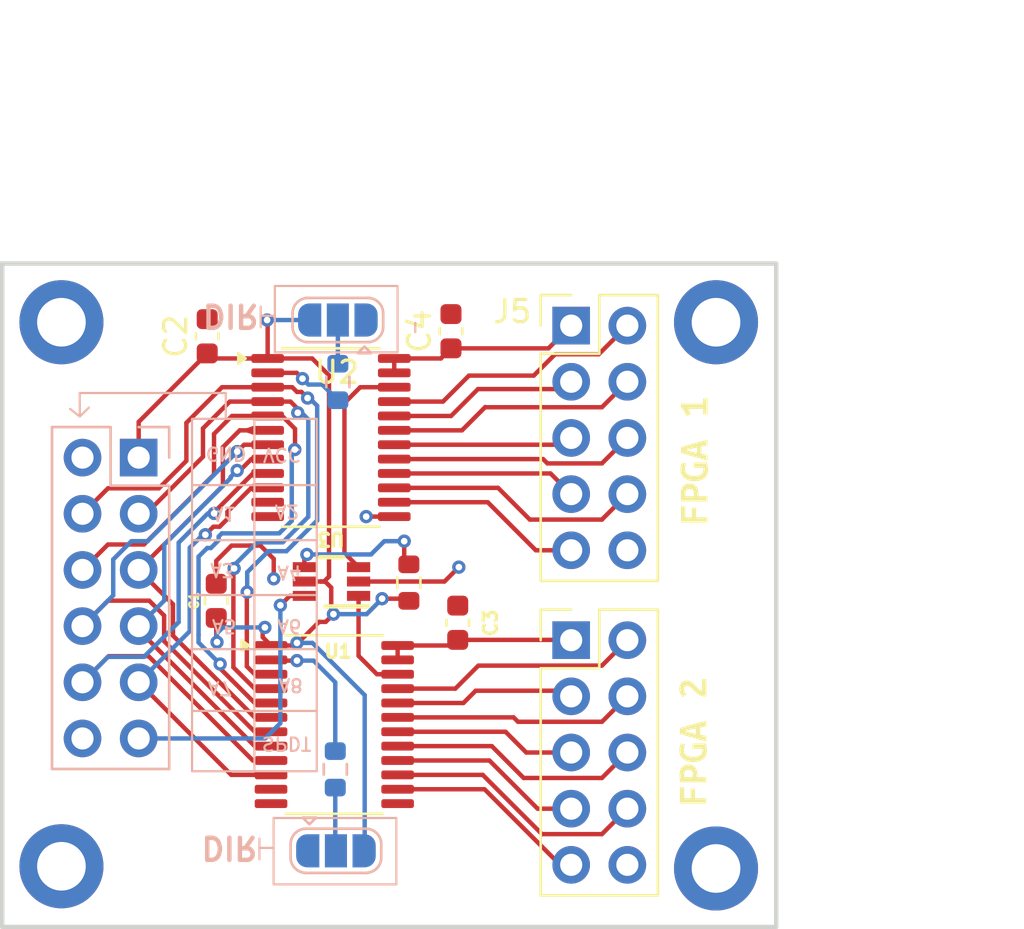
<source format=kicad_pcb>
(kicad_pcb (version 20241229) (generator "pcbnew") (generator_version "9.0")
  (layers (0 "F.Cu" signal) (2 "B.Cu" signal) (13 "F.Paste" user) (15 "B.Paste" user) (5 "F.SilkS" user "F.Silkscreen") (7 "B.SilkS" user "B.Silkscreen") (1 "F.Mask" user) (3 "B.Mask" user) (25 "Edge.Cuts" user))
  (net 0 "")
  (net 1 "GND")
  (net 2 "/A7")
  (net 3 "/A6")
  (net 4 "/VccA")
  (net 5 "/A8")
  (net 6 "/A2")
  (net 7 "/A4")
  (net 8 "/A5")
  (net 9 "/A3")
  (net 10 "/A1")
  (net 11 "/BB3")
  (net 12 "/BB7")
  (net 13 "/BB1")
  (net 14 "/BB5")
  (net 15 "/BB8")
  (net 16 "/BB6")
  (net 17 "/BB4")
  (net 18 "Net-(J4-Pin_1)")
  (net 19 "/BB2")
  (net 20 "Net-(J5-Pin_1)")
  (net 21 "/C_Signle")
  (net 22 "/B6")
  (net 23 "/B1")
  (net 24 "/B4")
  (net 25 "/B5")
  (net 26 "/B3")
  (net 27 "/B7")
  (net 28 "/B8")
  (net 29 "/B2")
  (net 30 "Net-(JP1-C)")
  (net 31 "Net-(JP2-C)")
  (net 32 "Net-(U2-DIR)")
  (net 33 "Net-(U3-A)")
  (net 34 "Net-(U1-DIR)")
  (net 36 "/OE_2")
  (net 37 "/OE")
  (footprint "kibuzzard-67F7AC44" (layer "F.Cu") (at 134.1628 104.648 90)
    (property "Reference" "kibuzzard-67F7AC44" (hide yes))
    (property "Value" "G***" (hide yes))
  )
  (footprint "Resistor_SMD:R_0603_1608Metric" (layer "F.Cu") (at 121.3104 97.473 -90)
    (property "Reference" "R2" (hide yes))
    (property "Value" "25 R" (hide yes))
    (pad "1" smd roundrect (at -0.825 0 270) (size 0.8 0.95) (layers "F.Cu" "F.Mask" "F.Paste") (net 33 "Net-(U3-A)"))
    (pad "2" smd roundrect (at 0.825 0 270) (size 0.8 0.95) (layers "F.Cu" "F.Mask" "F.Paste") (net 4 "/VccA"))
  )
  (footprint "Connector_PinHeader_2.54mm:PinHeader_2x05_P2.54mm_Vertical" (layer "F.Cu") (at 128.651 85.852)
    (property "Reference" "J5" (at -2.667 -0.635 0) (layer "F.SilkS"))
    (property "Value" "Conn_02x05_Odd_Even" (hide yes))
    (pad "1" thru_hole rect (at 0 0) (size 1.7 1.7) (drill 1) (layers "*.Cu" "*.Mask") (net 20 "Net-(J5-Pin_1)"))
    (pad "2" thru_hole circle (at 2.54 0) (size 1.7 1.7) (drill 1) (layers "*.Cu" "*.Mask") (net 23 "/B1"))
    (pad "3" thru_hole circle (at 0 2.54) (size 1.7 1.7) (drill 1) (layers "*.Cu" "*.Mask") (net 29 "/B2"))
    (pad "4" thru_hole circle (at 2.54 2.54) (size 1.7 1.7) (drill 1) (layers "*.Cu" "*.Mask") (net 26 "/B3"))
    (pad "5" thru_hole circle (at 0 5.08) (size 1.7 1.7) (drill 1) (layers "*.Cu" "*.Mask") (net 24 "/B4"))
    (pad "6" thru_hole circle (at 2.54 5.08) (size 1.7 1.7) (drill 1) (layers "*.Cu" "*.Mask") (net 25 "/B5"))
    (pad "7" thru_hole circle (at 0 7.62) (size 1.7 1.7) (drill 1) (layers "*.Cu" "*.Mask") (net 22 "/B6"))
    (pad "8" thru_hole circle (at 2.54 7.62) (size 1.7 1.7) (drill 1) (layers "*.Cu" "*.Mask") (net 27 "/B7"))
    (pad "9" thru_hole circle (at 0 10.16) (size 1.7 1.7) (drill 1) (layers "*.Cu" "*.Mask") (net 28 "/B8"))
    (pad "10" thru_hole circle (at 2.54 10.16) (size 1.7 1.7) (drill 1) (layers "*.Cu" "*.Mask") (net 1 "GND"))
  )
  (footprint "Library:DCK0006A_M" (layer "F.Cu") (at 117.811001 97.423999 180)
    (property "Reference" "U3" (at 0.023501 1.919999 180) (layer "F.SilkS") (effects (font (size 0.6 0.6))))
    (property "Value" "SN74LVC1G3157DCKR" (hide yes))
    (pad "1" smd rect (at -1.224999 -0.650001 270) (size 0.449999 1.05) (layers "F.Cu" "F.Mask" "F.Paste") (net 36 "/OE_2"))
    (pad "2" smd rect (at -1.224999 0 270) (size 0.449999 1.05) (layers "F.Cu" "F.Mask" "F.Paste") (net 1 "GND"))
    (pad "3" smd rect (at -1.224999 0.649999 270) (size 0.449999 1.05) (layers "F.Cu" "F.Mask" "F.Paste") (net 37 "/OE"))
    (pad "4" smd rect (at 1.225001 0.649999 270) (size 0.449999 1.05) (layers "F.Cu" "F.Mask" "F.Paste") (net 33 "Net-(U3-A)"))
    (pad "5" smd rect (at 1.225001 0 270) (size 0.449999 1.05) (layers "F.Cu" "F.Mask" "F.Paste") (net 4 "/VccA"))
    (pad "6" smd rect (at 1.225001 -0.650001 270) (size 0.449999 1.05) (layers "F.Cu" "F.Mask" "F.Paste") (net 21 "/C_Signle"))
  )
  (footprint "kibuzzard-67F7AC31" (layer "F.Cu") (at 134.2136 91.948 90)
    (property "Reference" "kibuzzard-67F7AC31" (hide yes))
    (property "Value" "G***" (hide yes))
  )
  (footprint "MountingHole:MountingHole_2.2mm_M2_DIN965_Pad" (layer "F.Cu") (at 105.6 110.3)
    (property "Reference" "REF**" (hide yes))
    (property "Value" "MountingHole_2.2mm_M2_DIN965_Pad" (hide yes))
    (pad "1" thru_hole circle (at 0 0) (size 3.8 3.8) (drill 2.2) (layers "*.Cu" "*.Mask") (net 1 "GND"))
  )
  (footprint "MountingHole:MountingHole_2.2mm_M2_DIN965_Pad" (layer "F.Cu") (at 135.2 85.7)
    (property "Reference" "REF**" (hide yes))
    (property "Value" "MountingHole_2.2mm_M2_DIN965_Pad" (hide yes))
    (pad "1" thru_hole circle (at 0 0) (size 3.8 3.8) (drill 2.2) (layers "*.Cu" "*.Mask") (net 1 "GND"))
  )
  (footprint "Connector_PinHeader_2.54mm:PinHeader_2x05_P2.54mm_Vertical" (layer "F.Cu") (at 128.651 100.076)
    (property "Reference" "J4" (hide yes))
    (property "Value" "Conn_02x05_Odd_Even" (hide yes))
    (pad "1" thru_hole rect (at 0 0) (size 1.7 1.7) (drill 1) (layers "*.Cu" "*.Mask") (net 18 "Net-(J4-Pin_1)"))
    (pad "2" thru_hole circle (at 2.54 0) (size 1.7 1.7) (drill 1) (layers "*.Cu" "*.Mask") (net 13 "/BB1"))
    (pad "3" thru_hole circle (at 0 2.54) (size 1.7 1.7) (drill 1) (layers "*.Cu" "*.Mask") (net 19 "/BB2"))
    (pad "4" thru_hole circle (at 2.54 2.54) (size 1.7 1.7) (drill 1) (layers "*.Cu" "*.Mask") (net 11 "/BB3"))
    (pad "5" thru_hole circle (at 0 5.08) (size 1.7 1.7) (drill 1) (layers "*.Cu" "*.Mask") (net 17 "/BB4"))
    (pad "6" thru_hole circle (at 2.54 5.08) (size 1.7 1.7) (drill 1) (layers "*.Cu" "*.Mask") (net 14 "/BB5"))
    (pad "7" thru_hole circle (at 0 7.62) (size 1.7 1.7) (drill 1) (layers "*.Cu" "*.Mask") (net 16 "/BB6"))
    (pad "8" thru_hole circle (at 2.54 7.62) (size 1.7 1.7) (drill 1) (layers "*.Cu" "*.Mask") (net 12 "/BB7"))
    (pad "9" thru_hole circle (at 0 10.16) (size 1.7 1.7) (drill 1) (layers "*.Cu" "*.Mask") (net 15 "/BB8"))
    (pad "10" thru_hole circle (at 2.54 10.16) (size 1.7 1.7) (drill 1) (layers "*.Cu" "*.Mask") (net 1 "GND"))
  )
  (footprint "Capacitor_SMD:C_0603_1608Metric" (layer "F.Cu") (at 123.2154 86.106 90)
    (property "Reference" "C4" (at 0 -1.43 90) (layer "F.SilkS"))
    (property "Value" "0.1nf" (hide yes))
    (pad "1" smd roundrect (at -0.775 0 90) (size 0.9 0.95) (layers "F.Cu" "F.Mask" "F.Paste") (net 20 "Net-(J5-Pin_1)"))
    (pad "2" smd roundrect (at 0.775 0 90) (size 0.9 0.95) (layers "F.Cu" "F.Mask" "F.Paste") (net 1 "GND"))
  )
  (footprint "MountingHole:MountingHole_2.2mm_M2_DIN965_Pad" (layer "F.Cu") (at 105.6 85.7)
    (property "Reference" "REF**" (hide yes))
    (property "Value" "MountingHole_2.2mm_M2_DIN965_Pad" (hide yes))
    (pad "1" thru_hole circle (at 0 0) (size 3.8 3.8) (drill 2.2) (layers "*.Cu" "*.Mask") (net 1 "GND"))
  )
  (footprint "Capacitor_SMD:C_0603_1608Metric" (layer "F.Cu") (at 112.6 98.3 90)
    (property "Reference" "C1" (at 0 -1 90) (layer "F.SilkS") (effects (font (size 0.4 0.4) (thickness 0.1))))
    (property "Value" "0.1nf" (hide yes))
    (pad "1" smd roundrect (at -0.775 0 90) (size 0.9 0.95) (layers "F.Cu" "F.Mask" "F.Paste") (net 4 "/VccA"))
    (pad "2" smd roundrect (at 0.775 0 90) (size 0.9 0.95) (layers "F.Cu" "F.Mask" "F.Paste") (net 1 "GND"))
  )
  (footprint "Capacitor_SMD:C_0603_1608Metric" (layer "F.Cu") (at 112.1918 86.3346 90)
    (property "Reference" "C2" (at 0 -1.43 90) (layer "F.SilkS"))
    (property "Value" "0.1nf" (hide yes))
    (pad "1" smd roundrect (at -0.775 0 90) (size 0.9 0.95) (layers "F.Cu" "F.Mask" "F.Paste") (net 4 "/VccA"))
    (pad "2" smd roundrect (at 0.775 0 90) (size 0.9 0.95) (layers "F.Cu" "F.Mask" "F.Paste") (net 1 "GND"))
  )
  (footprint "MountingHole:MountingHole_2.2mm_M2_DIN965_Pad" (layer "F.Cu") (at 135.2 110.4)
    (property "Reference" "REF**" (hide yes))
    (property "Value" "MountingHole_2.2mm_M2_DIN965_Pad" (hide yes))
    (pad "1" thru_hole circle (at 0 0) (size 3.8 3.8) (drill 2.2) (layers "*.Cu" "*.Mask") (net 1 "GND"))
  )
  (footprint "Package_SO:TSSOP-24_4.4x7.8mm_P0.65mm" (layer "F.Cu") (at 117.9399 103.8924)
    (property "Reference" "U1" (at 0.1701 -3.3084 0) (layer "F.SilkS") (effects (font (size 0.6 0.6))))
    (property "Value" "SN74LVC8T245" (hide yes))
    (pad "1" smd roundrect (at -2.8625 -3.575) (size 1.475 0.4) (layers "F.Cu" "F.Mask" "F.Paste") (net 4 "/VccA"))
    (pad "2" smd roundrect (at -2.8625 -2.925) (size 1.475 0.4) (layers "F.Cu" "F.Mask" "F.Paste") (net 34 "Net-(U1-DIR)"))
    (pad "3" smd roundrect (at -2.8625 -2.275) (size 1.475 0.4) (layers "F.Cu" "F.Mask" "F.Paste") (net 10 "/A1"))
    (pad "4" smd roundrect (at -2.8625 -1.625) (size 1.475 0.4) (layers "F.Cu" "F.Mask" "F.Paste") (net 6 "/A2"))
    (pad "5" smd roundrect (at -2.8625 -0.975) (size 1.475 0.4) (layers "F.Cu" "F.Mask" "F.Paste") (net 9 "/A3"))
    (pad "6" smd roundrect (at -2.8625 -0.325) (size 1.475 0.4) (layers "F.Cu" "F.Mask" "F.Paste") (net 7 "/A4"))
    (pad "7" smd roundrect (at -2.8625 0.325) (size 1.475 0.4) (layers "F.Cu" "F.Mask" "F.Paste") (net 8 "/A5"))
    (pad "8" smd roundrect (at -2.8625 0.975) (size 1.475 0.4) (layers "F.Cu" "F.Mask" "F.Paste") (net 3 "/A6"))
    (pad "9" smd roundrect (at -2.8625 1.625) (size 1.475 0.4) (layers "F.Cu" "F.Mask" "F.Paste") (net 2 "/A7"))
    (pad "10" smd roundrect (at -2.8625 2.275) (size 1.475 0.4) (layers "F.Cu" "F.Mask" "F.Paste") (net 5 "/A8"))
    (pad "11" smd roundrect (at -2.8625 2.925) (size 1.475 0.4) (layers "F.Cu" "F.Mask" "F.Paste") (net 1 "GND"))
    (pad "12" smd roundrect (at -2.8625 3.575) (size 1.475 0.4) (layers "F.Cu" "F.Mask" "F.Paste") (net 1 "GND"))
    (pad "13" smd roundrect (at 2.8625 3.575) (size 1.475 0.4) (layers "F.Cu" "F.Mask" "F.Paste") (net 1 "GND"))
    (pad "14" smd roundrect (at 2.8625 2.925) (size 1.475 0.4) (layers "F.Cu" "F.Mask" "F.Paste") (net 15 "/BB8"))
    (pad "15" smd roundrect (at 2.8625 2.275) (size 1.475 0.4) (layers "F.Cu" "F.Mask" "F.Paste") (net 12 "/BB7"))
    (pad "16" smd roundrect (at 2.8625 1.625) (size 1.475 0.4) (layers "F.Cu" "F.Mask" "F.Paste") (net 16 "/BB6"))
    (pad "17" smd roundrect (at 2.8625 0.975) (size 1.475 0.4) (layers "F.Cu" "F.Mask" "F.Paste") (net 14 "/BB5"))
    (pad "18" smd roundrect (at 2.8625 0.325) (size 1.475 0.4) (layers "F.Cu" "F.Mask" "F.Paste") (net 17 "/BB4"))
    (pad "19" smd roundrect (at 2.8625 -0.325) (size 1.475 0.4) (layers "F.Cu" "F.Mask" "F.Paste") (net 11 "/BB3"))
    (pad "20" smd roundrect (at 2.8625 -0.975) (size 1.475 0.4) (layers "F.Cu" "F.Mask" "F.Paste") (net 19 "/BB2"))
    (pad "21" smd roundrect (at 2.8625 -1.625) (size 1.475 0.4) (layers "F.Cu" "F.Mask" "F.Paste") (net 13 "/BB1"))
    (pad "22" smd roundrect (at 2.8625 -2.275) (size 1.475 0.4) (layers "F.Cu" "F.Mask" "F.Paste") (net 36 "/OE_2"))
    (pad "23" smd roundrect (at 2.8625 -2.925) (size 1.475 0.4) (layers "F.Cu" "F.Mask" "F.Paste") (net 18 "Net-(J4-Pin_1)"))
    (pad "24" smd roundrect (at 2.8625 -3.575) (size 1.475 0.4) (layers "F.Cu" "F.Mask" "F.Paste") (net 18 "Net-(J4-Pin_1)"))
  )
  (footprint "Package_SO:TSSOP-24_4.4x7.8mm_P0.65mm" (layer "F.Cu") (at 117.7875 90.913)
    (property "Reference" "U2" (at 0.2717 -2.9528 0) (layer "F.SilkS"))
    (property "Value" "SN74LVC8T245" (hide yes))
    (pad "1" smd roundrect (at -2.8625 -3.575) (size 1.475 0.4) (layers "F.Cu" "F.Mask" "F.Paste") (net 4 "/VccA"))
    (pad "2" smd roundrect (at -2.8625 -2.925) (size 1.475 0.4) (layers "F.Cu" "F.Mask" "F.Paste") (net 32 "Net-(U2-DIR)"))
    (pad "3" smd roundrect (at -2.8625 -2.275) (size 1.475 0.4) (layers "F.Cu" "F.Mask" "F.Paste") (net 10 "/A1"))
    (pad "4" smd roundrect (at -2.8625 -1.625) (size 1.475 0.4) (layers "F.Cu" "F.Mask" "F.Paste") (net 6 "/A2"))
    (pad "5" smd roundrect (at -2.8625 -0.975) (size 1.475 0.4) (layers "F.Cu" "F.Mask" "F.Paste") (net 9 "/A3"))
    (pad "6" smd roundrect (at -2.8625 -0.325) (size 1.475 0.4) (layers "F.Cu" "F.Mask" "F.Paste") (net 7 "/A4"))
    (pad "7" smd roundrect (at -2.8625 0.325) (size 1.475 0.4) (layers "F.Cu" "F.Mask" "F.Paste") (net 8 "/A5"))
    (pad "8" smd roundrect (at -2.8625 0.975) (size 1.475 0.4) (layers "F.Cu" "F.Mask" "F.Paste") (net 3 "/A6"))
    (pad "9" smd roundrect (at -2.8625 1.625) (size 1.475 0.4) (layers "F.Cu" "F.Mask" "F.Paste") (net 2 "/A7"))
    (pad "10" smd roundrect (at -2.8625 2.275) (size 1.475 0.4) (layers "F.Cu" "F.Mask" "F.Paste") (net 5 "/A8"))
    (pad "11" smd roundrect (at -2.8625 2.925) (size 1.475 0.4) (layers "F.Cu" "F.Mask" "F.Paste") (net 1 "GND"))
    (pad "12" smd roundrect (at -2.8625 3.575) (size 1.475 0.4) (layers "F.Cu" "F.Mask" "F.Paste") (net 1 "GND"))
    (pad "13" smd roundrect (at 2.8625 3.575) (size 1.475 0.4) (layers "F.Cu" "F.Mask" "F.Paste") (net 1 "GND"))
    (pad "14" smd roundrect (at 2.8625 2.925) (size 1.475 0.4) (layers "F.Cu" "F.Mask" "F.Paste") (net 28 "/B8"))
    (pad "15" smd roundrect (at 2.8625 2.275) (size 1.475 0.4) (layers "F.Cu" "F.Mask" "F.Paste") (net 27 "/B7"))
    (pad "16" smd roundrect (at 2.8625 1.625) (size 1.475 0.4) (layers "F.Cu" "F.Mask" "F.Paste") (net 22 "/B6"))
    (pad "17" smd roundrect (at 2.8625 0.975) (size 1.475 0.4) (layers "F.Cu" "F.Mask" "F.Paste") (net 25 "/B5"))
    (pad "18" smd roundrect (at 2.8625 0.325) (size 1.475 0.4) (layers "F.Cu" "F.Mask" "F.Paste") (net 24 "/B4"))
    (pad "19" smd roundrect (at 2.8625 -0.325) (size 1.475 0.4) (layers "F.Cu" "F.Mask" "F.Paste") (net 26 "/B3"))
    (pad "20" smd roundrect (at 2.8625 -0.975) (size 1.475 0.4) (layers "F.Cu" "F.Mask" "F.Paste") (net 29 "/B2"))
    (pad "21" smd roundrect (at 2.8625 -1.625) (size 1.475 0.4) (layers "F.Cu" "F.Mask" "F.Paste") (net 23 "/B1"))
    (pad "22" smd roundrect (at 2.8625 -2.275) (size 1.475 0.4) (layers "F.Cu" "F.Mask" "F.Paste") (net 37 "/OE"))
    (pad "23" smd roundrect (at 2.8625 -2.925) (size 1.475 0.4) (layers "F.Cu" "F.Mask" "F.Paste") (net 20 "Net-(J5-Pin_1)"))
    (pad "24" smd roundrect (at 2.8625 -3.575) (size 1.475 0.4) (layers "F.Cu" "F.Mask" "F.Paste") (net 20 "Net-(J5-Pin_1)"))
  )
  (footprint "Capacitor_SMD:C_0603_1608Metric" (layer "F.Cu") (at 123.5202 99.2886 90)
    (property "Reference" "C3" (at -0.0114 1.4798 90) (layer "F.SilkS") (effects (font (size 0.6 0.6))))
    (property "Value" "0.1nf" (hide yes))
    (pad "1" smd roundrect (at -0.775 0 90) (size 0.9 0.95) (layers "F.Cu" "F.Mask" "F.Paste") (net 18 "Net-(J4-Pin_1)"))
    (pad "2" smd roundrect (at 0.775 0 90) (size 0.9 0.95) (layers "F.Cu" "F.Mask" "F.Paste") (net 1 "GND"))
  )
  (footprint "Jumper:SolderJumper-3_P1.3mm_Open_RoundedPad1.0x1.5mm" (layer "B.Cu") (at 118.1 85.6 180)
    (property "Reference" "JP1" (hide yes))
    (property "Value" "SolderJumper_3_Open" (hide yes))
    (pad "1" smd custom (at -1.3 0 180) (size 1 0.5) (layers "B.Cu" "B.Mask") (net 1 "GND") (options (clearance outline) (anchor rect)) (primitives (gr_circle (center 0 -0.25) (end 0.5 -0.25) (width 0) (fill yes)) (gr_circle (center 0 0.25) (end 0.5 0.25) (width 0) (fill yes)) (gr_poly (pts (xy 0.55 -0.75) (xy 0 -0.75) (xy 0 0.75) (xy 0.55 0.75)) (width 0) (fill yes))))
    (pad "2" smd rect (at 0 0 180) (size 1 1.5) (layers "B.Cu" "B.Mask") (net 30 "Net-(JP1-C)"))
    (pad "3" smd custom (at 1.3 0 180) (size 1 0.5) (layers "B.Cu" "B.Mask") (net 4 "/VccA") (options (clearance outline) (anchor rect)) (primitives (gr_circle (center 0 -0.25) (end 0.5 -0.25) (width 0) (fill yes)) (gr_circle (center 0 0.25) (end 0.5 0.25) (width 0) (fill yes)) (gr_poly (pts (xy 0 -0.75) (xy -0.55 -0.75) (xy -0.55 0.75) (xy 0 0.75)) (width 0) (fill yes))))
  )
  (footprint "Connector_PinHeader_2.54mm:PinHeader_2x06_P2.54mm_Vertical" (layer "B.Cu") (at 109.093 91.821 180)
    (property "Reference" "J1" (hide yes))
    (property "Value" "Conn_02x06_Odd_Even" (hide yes))
    (pad "1" thru_hole rect (at 0 0 180) (size 1.7 1.7) (drill 1) (layers "*.Cu" "*.Mask") (net 4 "/VccA"))
    (pad "2" thru_hole circle (at 2.54 0 180) (size 1.7 1.7) (drill 1) (layers "*.Cu" "*.Mask") (net 1 "GND"))
    (pad "3" thru_hole circle (at 0 -2.54 180) (size 1.7 1.7) (drill 1) (layers "*.Cu" "*.Mask") (net 6 "/A2"))
    (pad "4" thru_hole circle (at 2.54 -2.54 180) (size 1.7 1.7) (drill 1) (layers "*.Cu" "*.Mask") (net 10 "/A1"))
    (pad "5" thru_hole circle (at 0 -5.08 180) (size 1.7 1.7) (drill 1) (layers "*.Cu" "*.Mask") (net 7 "/A4"))
    (pad "6" thru_hole circle (at 2.54 -5.08 180) (size 1.7 1.7) (drill 1) (layers "*.Cu" "*.Mask") (net 9 "/A3"))
    (pad "7" thru_hole circle (at 0 -7.62 180) (size 1.7 1.7) (drill 1) (layers "*.Cu" "*.Mask") (net 3 "/A6"))
    (pad "8" thru_hole circle (at 2.54 -7.62 180) (size 1.7 1.7) (drill 1) (layers "*.Cu" "*.Mask") (net 8 "/A5"))
    (pad "9" thru_hole circle (at 0 -10.16 180) (size 1.7 1.7) (drill 1) (layers "*.Cu" "*.Mask") (net 5 "/A8"))
    (pad "10" thru_hole circle (at 2.54 -10.16 180) (size 1.7 1.7) (drill 1) (layers "*.Cu" "*.Mask") (net 2 "/A7"))
    (pad "11" thru_hole circle (at 0 -12.7 180) (size 1.7 1.7) (drill 1) (layers "*.Cu" "*.Mask") (net 21 "/C_Signle"))
    (pad "12" thru_hole circle (at 2.54 -12.7 180) (size 1.7 1.7) (drill 1) (layers "*.Cu" "*.Mask"))
  )
  (footprint "Resistor_SMD:R_0603_1608Metric" (layer "B.Cu") (at 117.983 105.918 90)
    (property "Reference" "R3" (hide yes))
    (property "Value" "25R" (hide yes))
    (pad "1" smd roundrect (at -0.825 0 90) (size 0.8 0.95) (layers "B.Cu" "B.Mask" "B.Paste") (net 31 "Net-(JP2-C)"))
    (pad "2" smd roundrect (at 0.825 0 90) (size 0.8 0.95) (layers "B.Cu" "B.Mask" "B.Paste") (net 34 "Net-(U1-DIR)"))
  )
  (footprint "Jumper:SolderJumper-3_P1.3mm_Open_RoundedPad1.0x1.5mm" (layer "B.Cu") (at 118.013 109.601)
    (property "Reference" "JP2" (hide yes))
    (property "Value" "SolderJumper_3_Open" (hide yes))
    (pad "1" smd custom (at -1.3 0) (size 1 0.5) (layers "B.Cu" "B.Mask") (net 1 "GND") (options (clearance outline) (anchor rect)) (primitives (gr_circle (center 0 -0.25) (end 0.5 -0.25) (width 0) (fill yes)) (gr_circle (center 0 0.25) (end 0.5 0.25) (width 0) (fill yes)) (gr_poly (pts (xy 0.55 -0.75) (xy 0 -0.75) (xy 0 0.75) (xy 0.55 0.75)) (width 0) (fill yes))))
    (pad "2" smd rect (at 0 0) (size 1 1.5) (layers "B.Cu" "B.Mask") (net 31 "Net-(JP2-C)"))
    (pad "3" smd custom (at 1.3 0) (size 1 0.5) (layers "B.Cu" "B.Mask") (net 4 "/VccA") (options (clearance outline) (anchor rect)) (primitives (gr_circle (center 0 -0.25) (end 0.5 -0.25) (width 0) (fill yes)) (gr_circle (center 0 0.25) (end 0.5 0.25) (width 0) (fill yes)) (gr_poly (pts (xy 0 -0.75) (xy -0.55 -0.75) (xy -0.55 0.75) (xy 0 0.75)) (width 0) (fill yes))))
  )
  (footprint "Resistor_SMD:R_0603_1608Metric" (layer "B.Cu") (at 118.1 88.4 -90)
    (property "Reference" "R1" (hide yes))
    (property "Value" "25R" (hide yes))
    (pad "1" smd roundrect (at -0.825 0 270) (size 0.8 0.95) (layers "B.Cu" "B.Mask" "B.Paste") (net 30 "Net-(JP1-C)"))
    (pad "2" smd roundrect (at 0.825 0 270) (size 0.8 0.95) (layers "B.Cu" "B.Mask" "B.Paste") (net 32 "Net-(U2-DIR)"))
  )
  (gr_line (start 114.3254 90.0684) (end 114.3254 106.002858) (stroke (width 0.1)) (layer "B.SilkS"))
  (gr_line (start 115.18 85.41) (end 114.61 85.41) (stroke (width 0.1)) (layer "B.SilkS"))
  (gr_line (start 106.428 89.961951) (end 105.99 89.62) (stroke (width 0.1)) (layer "B.SilkS"))
  (gr_rect (start 115.25 84.06) (end 120.8 87.06) (stroke (width 0.1)) (fill no) (layer "B.SilkS"))
  (gr_rect (start 115.194 108.118) (end 120.744 111.118) (stroke (width 0.1)) (fill no) (layer "B.SilkS"))
  (gr_line (start 114.61 85.41) (end 114.61 84.99) (stroke (width 0.1)) (layer "B.SilkS"))
  (gr_line (start 111.506 93.0656) (end 117.094 93.0656) (stroke (width 0.1)) (layer "B.SilkS"))
  (gr_line (start 111.5568 103.2764) (end 117.094 103.2764) (stroke (width 0.1)) (layer "B.SilkS"))
  (gr_line (start 114.554 109.468) (end 114.554 109.048) (stroke (width 0.1)) (layer "B.SilkS"))
  (gr_line (start 106.43 89.96) (end 106.84 89.56) (stroke (width 0.1)) (layer "B.SilkS"))
  (gr_line (start 111.506 98.035629) (end 117.1448 98.035629) (stroke (width 0.1)) (layer "B.SilkS"))
  (gr_line (start 114.554 109.468) (end 114.554 109.988) (stroke (width 0.1)) (layer "B.SilkS"))
  (gr_line (start 114.61 85.41) (end 114.61 85.93) (stroke (width 0.1)) (layer "B.SilkS"))
  (gr_line (start 113.03 90.0176) (end 113.03 88.9) (stroke (width 0.1)) (layer "B.SilkS"))
  (gr_line (start 113.03 88.9) (end 106.426 88.9) (stroke (width 0.1)) (layer "B.SilkS"))
  (gr_line (start 115.124 109.468) (end 114.554 109.468) (stroke (width 0.1)) (layer "B.SilkS"))
  (gr_line (start 106.43 89.96) (end 106.428 89.961951) (stroke (width 0.1)) (layer "B.SilkS"))
  (gr_line (start 111.506 95.5548) (end 117.1448 95.5548) (stroke (width 0.1)) (layer "B.SilkS"))
  (gr_line (start 106.426 88.9) (end 106.43 89.96) (stroke (width 0.1)) (layer "B.SilkS"))
  (gr_line (start 121.6 86.15) (end 121.6 85.73) (stroke (width 0.1)) (layer "B.SilkS"))
  (gr_line (start 111.4552 100.4824) (end 117.1448 100.4824) (stroke (width 0.1)) (layer "B.SilkS"))
  (gr_rect (start 111.506 90.0684) (end 117.1448 106.002858) (stroke (width 0.1)) (fill no) (layer "B.SilkS"))
  (gr_rect (start 102.922 83.044) (end 137.922 113.044) (stroke (width 0.2)) (fill no) (layer "Edge.Cuts"))
  (gr_text "GND" (at 112.0648 91.2876 180) (layer "B.SilkS") (effects (font (size 0.6 0.6) (thickness 0.1)) (justify left bottom mirror)))
  (gr_text "A6" (at 115.3 99.09 180) (layer "B.SilkS") (effects (font (size 0.6 0.6) (thickness 0.1)) (justify left bottom mirror)))
  (gr_text "A3" (at 112.27 96.55 180) (layer "B.SilkS") (effects (font (size 0.6 0.6) (thickness 0.1)) (justify left bottom mirror)))
  (gr_text "DIR" (at 111.824 108.878 180) (layer "B.SilkS") (effects (font (size 1 1) (thickness 0.2) (bold yes)) (justify left bottom mirror)))
  (gr_text "A7" (at 112.16 101.89 180) (layer "B.SilkS") (effects (font (size 0.6 0.6) (thickness 0.1)) (justify left bottom mirror)))
  (gr_text "A2" (at 115.19 93.91 180) (layer "B.SilkS") (effects (font (size 0.6 0.6) (thickness 0.1)) (justify left bottom mirror)))
  (gr_text "A1" (at 112.345023 94.00768 180) (layer "B.SilkS") (effects (font (size 0.6 0.6) (thickness 0.1)) (justify left bottom mirror)))
  (gr_text "VCC" (at 114.6556 91.3384 180) (layer "B.SilkS") (effects (font (size 0.6 0.6) (thickness 0.1)) (justify left bottom mirror)))
  (gr_text "A8" (at 115.36 101.76 180) (layer "B.SilkS") (effects (font (size 0.6 0.6) (thickness 0.1)) (justify left bottom mirror)))
  (gr_text "DIR" (at 111.88 84.82 180) (layer "B.SilkS") (effects (font (size 1 1) (thickness 0.2) (bold yes)) (justify left bottom mirror)))
  (gr_text "SPDT" (at 114.6 104.4 180) (layer "B.SilkS") (effects (font (size 0.6 0.6) (thickness 0.1)) (justify left bottom mirror)))
  (gr_text "A4" (at 115.3 96.66 180) (layer "B.SilkS") (effects (font (size 0.6 0.6) (thickness 0.1)) (justify left bottom mirror)))
  (gr_text "A5\n" (at 112.35 99.09 180) (layer "B.SilkS") (effects (font (size 0.6 0.6) (thickness 0.1)) (justify left bottom mirror)))
  (segment (start 114.2 95.8) (end 114.1 95.8) (width 0.2) (layer "F.Cu") (net 1))
  (segment (start 113.291931 95.8) (end 114.2 95.8) (width 0.2) (layer "F.Cu") (net 1))
  (segment (start 122.921001 97.423999) (end 123.571 96.774) (width 0.2) (layer "F.Cu") (net 1))
  (segment (start 114.6 95.8) (end 115.2 96.4) (width 0.2) (layer "F.Cu") (net 1))
  (segment (start 120.65 94.488) (end 119.38 94.488) (width 0.2) (layer "F.Cu") (net 1))
  (segment (start 112.6 96.491931) (end 112.6 97.525) (width 0.2) (layer "F.Cu") (net 1))
  (segment (start 115.2 96.4) (end 115.2 97.3) (width 0.2) (layer "F.Cu") (net 1))
  (segment (start 113.218344 95.873587) (end 112.6 96.491931) (width 0.2) (layer "F.Cu") (net 1))
  (segment (start 114.1 95.8) (end 114.6 95.8) (width 0.2) (layer "F.Cu") (net 1))
  (segment (start 119.036 97.423999) (end 122.921001 97.423999) (width 0.2) (layer "F.Cu") (net 1))
  (segment (start 113.218344 95.873587) (end 113.291931 95.8) (width 0.2) (layer "F.Cu") (net 1))
  (via (at 123.571 96.774) (size 0.6) (drill 0.3) (layers "F.Cu" "B.Cu") (net 1))
  (via (at 115.2 97.3) (size 0.6) (drill 0.3) (layers "F.Cu" "B.Cu") (net 1))
  (via (at 119.38 94.488) (size 0.6) (drill 0.3) (layers "F.Cu" "B.Cu") (net 1))
  (segment (start 112.504765 94.292237) (end 114.259002 92.538) (width 0.2) (layer "F.Cu") (net 2))
  (segment (start 114.259002 92.538) (end 114.925 92.538) (width 0.2) (layer "F.Cu") (net 2))
  (segment (start 109.53976 100.8) (end 107.734 100.8) (width 0.2) (layer "F.Cu") (net 2))
  (segment (start 112.504765 94.343765) (end 112.504765 94.292237) (width 0.2) (layer "F.Cu") (net 2))
  (segment (start 107.734 100.8) (end 106.553 101.981) (width 0.2) (layer "F.Cu") (net 2))
  (segment (start 114.25716 105.5174) (end 109.53976 100.8) (width 0.2) (layer "F.Cu") (net 2))
  (segment (start 115.0774 105.5174) (end 114.25716 105.5174) (width 0.2) (layer "F.Cu") (net 2))
  (via (at 112.504765 94.343765) (size 0.6) (drill 0.3) (layers "F.Cu" "B.Cu") (net 2))
  (segment (start 107.704 100.83) (end 106.553 101.981) (width 0.2) (layer "B.Cu") (net 2))
  (segment (start 112.223335 94.343765) (end 110.9 95.6671) (width 0.2) (layer "B.Cu") (net 2))
  (segment (start 110.9 95.6671) (end 110.9 99.26176) (width 0.2) (layer "B.Cu") (net 2))
  (segment (start 112.504765 94.343765) (end 112.223335 94.343765) (width 0.2) (layer "B.Cu") (net 2))
  (segment (start 110.9 99.26176) (end 109.33176 100.83) (width 0.2) (layer "B.Cu") (net 2))
  (segment (start 109.33176 100.83) (end 107.704 100.83) (width 0.2) (layer "B.Cu") (net 2))
  (segment (start 109.093 99.620499) (end 109.093 99.441) (width 0.2) (layer "F.Cu") (net 3))
  (segment (start 113.54536 92.401699) (end 113.673802 92.401699) (width 0.2) (layer "F.Cu") (net 3))
  (segment (start 113.673802 92.401699) (end 114.187501 91.888) (width 0.2) (layer "F.Cu") (net 3))
  (segment (start 114.187501 91.888) (end 114.925 91.888) (width 0.2) (layer "F.Cu") (net 3))
  (segment (start 114.339901 104.8674) (end 109.093 99.620499) (width 0.2) (layer "F.Cu") (net 3))
  (segment (start 115.0774 104.8674) (end 114.339901 104.8674) (width 0.2) (layer "F.Cu") (net 3))
  (via (at 113.54536 92.401699) (size 0.6) (drill 0.3) (layers "F.Cu" "B.Cu") (net 3))
  (segment (start 113.54536 92.401699) (end 113.25 92.697059) (width 0.2) (layer "B.Cu") (net 3))
  (segment (start 113.25 92.697059) (end 113.25 92.75) (width 0.2) (layer "B.Cu") (net 3))
  (segment (start 113.25 92.75) (end 110.25 95.75) (width 0.2) (layer "B.Cu") (net 3))
  (segment (start 110.25 98.284) (end 109.093 99.441) (width 0.2) (layer "B.Cu") (net 3))
  (segment (start 110.25 95.75) (end 110.25 98.284) (width 0.2) (layer "B.Cu") (net 3))
  (segment (start 114.925 87.338) (end 114.925 85.625) (width 0.2) (layer "F.Cu") (net 4))
  (segment (start 114.8 99.5) (end 114.7 99.6) (width 0.2) (layer "F.Cu") (net 4))
  (segment (start 116.938 87.338) (end 114.925 87.338) (width 0.2) (layer "F.Cu") (net 4))
  (segment (start 114.7 99.94) (end 115.0774 100.3174) (width 0.2) (layer "F.Cu") (net 4))
  (segment (start 116.1826 100.3174) (end 115.0774 100.3174) (width 0.2) (layer "F.Cu") (net 4))
  (segment (start 121.2124 98.2) (end 121.3104 98.298) (width 0.2) (layer "F.Cu") (net 4))
  (segment (start 109.093 90.2084) (end 109.093 91.821) (width 0.2) (layer "F.Cu") (net 4))
  (segment (start 114.7 99.6) (end 114.7 99.94) (width 0.2) (layer "F.Cu") (net 4))
  (segment (start 114.925 87.338) (end 112.4202 87.338) (width 0.2) (layer "F.Cu") (net 4))
  (segment (start 117.7 88.1) (end 116.938 87.338) (width 0.2) (layer "F.Cu") (net 4))
  (segment (start 120.1 98.2) (end 121.2124 98.2) (width 0.2) (layer "F.Cu") (net 4))
  (segment (start 112.6 99.075) (end 112.6 100.130442) (width 0.2) (layer "F.Cu") (net 4))
  (segment (start 112.6 100.130442) (end 112.634779 100.165221) (width 0.2) (layer "F.Cu") (net 4))
  (segment (start 116.586 97.423999) (end 117.311 97.423999) (width 0.2) (layer "F.Cu") (net 4))
  (segment (start 114.925 85.625) (end 114.9 85.6) (width 0.2) (layer "F.Cu") (net 4))
  (segment (start 117.8 97.7) (end 117.8 99) (width 0.2) (layer "F.Cu") (net 4))
  (segment (start 117.311 97.423999) (end 117.523999 97.423999) (width 0.2) (layer "F.Cu") (net 4))
  (segment (start 117.311 97.423999) (end 117.476001 97.423999) (width 0.2) (layer "F.Cu") (net 4))
  (segment (start 117.523999 97.423999) (end 117.8 97.7) (width 0.2) (layer "F.Cu") (net 4))
  (segment (start 112.4202 87.338) (end 112.1918 87.1096) (width 0.2) (layer "F.Cu") (net 4))
  (segment (start 117.8 99) (end 117.55 99.25) (width 0.2) (layer "F.Cu") (net 4))
  (segment (start 117.476001 97.423999) (end 117.7 97.2) (width 0.2) (layer "F.Cu") (net 4))
  (segment (start 117.25 99.25) (end 116.1826 100.3174) (width 0.2) (layer "F.Cu") (net 4))
  (segment (start 112.1918 87.1096) (end 109.093 90.2084) (width 0.2) (layer "F.Cu") (net 4))
  (segment (start 117.7 97.2) (end 117.7 88.1) (width 0.2) (layer "F.Cu") (net 4))
  (segment (start 117.55 99.25) (end 117.25 99.25) (width 0.2) (layer "F.Cu") (net 4))
  (via (at 114.8 99.5) (size 0.6) (drill 0.3) (layers "F.Cu" "B.Cu") (net 4))
  (via (at 120.1 98.2) (size 0.6) (drill 0.3) (layers "F.Cu" "B.Cu") (net 4))
  (via (at 114.9 85.6) (size 0.6) (drill 0.3) (layers "F.Cu" "B.Cu") (net 4))
  (via (at 117.9 98.9) (size 0.6) (drill 0.3) (layers "F.Cu" "B.Cu") (net 4))
  (via (at 116.25 100.199997) (size 0.6) (drill 0.3) (layers "F.Cu" "B.Cu") (net 4))
  (via (at 112.634779 100.165221) (size 0.6) (drill 0.3) (layers "F.Cu" "B.Cu") (net 4))
  (segment (start 112.9 99.5) (end 114.8 99.5) (width 0.2) (layer "B.Cu") (net 4))
  (segment (start 114.9 85.6) (end 116.8 85.6) (width 0.2) (layer "B.Cu") (net 4))
  (segment (start 119.313 109.601) (end 119.313 102.563) (width 0.2) (layer "B.Cu") (net 4))
  (segment (start 112.634779 99.765221) (end 112.9 99.5) (width 0.2) (layer "B.Cu") (net 4))
  (segment (start 112.634779 100.165221) (end 112.634779 99.765221) (width 0.2) (layer "B.Cu") (net 4))
  (segment (start 116.949997 100.199997) (end 116.25 100.199997) (width 0.2) (layer "B.Cu") (net 4))
  (segment (start 119.4 98.9) (end 120.1 98.2) (width 0.2) (layer "B.Cu") (net 4))
  (segment (start 119.313 102.563) (end 116.949997 100.199997) (width 0.2) (layer "B.Cu") (net 4))
  (segment (start 117.9 98.9) (end 119.4 98.9) (width 0.2) (layer "B.Cu") (net 4))
  (segment (start 112.753708 94.944765) (end 112.470865 94.944765) (width 0.2) (layer "F.Cu") (net 5))
  (segment (start 115.0774 106.1674) (end 113.2794 106.1674) (width 0.2) (layer "F.Cu") (net 5))
  (segment (start 113.2794 106.1674) (end 109.093 101.981) (width 0.2) (layer "F.Cu") (net 5))
  (segment (start 113.105765 94.269736) (end 113.105765 94.592708) (width 0.2) (layer "F.Cu") (net 5))
  (segment (start 113.105765 94.592708) (end 112.753708 94.944765) (width 0.2) (layer "F.Cu") (net 5))
  (segment (start 112.470865 94.944765) (end 112.107815 95.307815) (width 0.2) (layer "F.Cu") (net 5))
  (segment (start 114.187501 93.188) (end 113.105765 94.269736) (width 0.2) (layer "F.Cu") (net 5))
  (segment (start 114.925 93.188) (end 114.187501 93.188) (width 0.2) (layer "F.Cu") (net 5))
  (via (at 112.107815 95.307815) (size 0.6) (drill 0.3) (layers "F.Cu" "B.Cu") (net 5))
  (segment (start 112.107815 95.307815) (end 111.992185 95.307815) (width 0.2) (layer "B.Cu") (net 5))
  (segment (start 111.4 99.674) (end 109.093 101.981) (width 0.2) (layer "B.Cu") (net 5))
  (segment (start 111.992185 95.307815) (end 111.4 95.9) (width 0.2) (layer "B.Cu") (net 5))
  (segment (start 111.4 95.9) (end 111.4 99.674) (width 0.2) (layer "B.Cu") (net 5))
  (segment (start 113.212 89.288) (end 112 90.5) (width 0.2) (layer "F.Cu") (net 6))
  (segment (start 112 90.5) (end 112 91.7831) (width 0.2) (layer "F.Cu") (net 6))
  (segment (start 116.286765 89.793865) (end 116.286765 89.616765) (width 0.2) (layer "F.Cu") (net 6))
  (segment (start 116.286765 89.616765) (end 115.958 89.288) (width 0.2) (layer "F.Cu") (net 6))
  (segment (start 109.4221 94.361) (end 109.093 94.361) (width 0.2) (layer "F.Cu") (net 6))
  (segment (start 115.0774 102.2674) (end 114.339901 102.2674) (width 0.2) (layer "F.Cu") (net 6))
  (segment (start 113.376 96.858216) (end 113.361831 96.844047) (width 0.2) (layer "F.Cu") (net 6))
  (segment (start 114.339901 102.2674) (end 113.376 101.303499) (width 0.2) (layer "F.Cu") (net 6))
  (segment (start 113.376 96.867119) (end 113.40925 96.833869) (width 0.2) (layer "F.Cu") (net 6))
  (segment (start 115.958 89.288) (end 114.925 89.288) (width 0.2) (layer "F.Cu") (net 6))
  (segment (start 112 91.7831) (end 109.4221 94.361) (width 0.2) (layer "F.Cu") (net 6))
  (segment (start 113.376 101.303499) (end 113.376 96.867119) (width 0.2) (layer "F.Cu") (net 6))
  (segment (start 114.925 89.288) (end 113.212 89.288) (width 0.2) (layer "F.Cu") (net 6))
  (via (at 116.286765 89.793865) (size 0.6) (drill 0.3) (layers "F.Cu" "B.Cu") (net 6))
  (via (at 113.40925 96.833869) (size 0.6) (drill 0.3) (layers "F.Cu" "B.Cu") (net 6))
  (segment (start 115.6091 95.651) (end 116.7635 94.4966) (width 0.2) (layer "B.Cu") (net 6))
  (segment (start 113.361831 96.738169) (end 114.449 95.651) (width 0.2) (layer "B.Cu") (net 6))
  (segment (start 116.7635 94.4966) (end 116.7635 90.0935) (width 0.2) (layer "B.Cu") (net 6))
  (segment (start 113.361831 96.844047) (end 113.361831 96.738169) (width 0.2) (layer "B.Cu") (net 6))
  (segment (start 116.7635 90.0935) (end 116.463865 89.793865) (width 0.2) (layer "B.Cu") (net 6))
  (segment (start 114.449 95.651) (end 115.6091 95.651) (width 0.2) (layer "B.Cu") (net 6))
  (segment (start 116.463865 89.793865) (end 116.286765 89.793865) (width 0.2) (layer "B.Cu") (net 6))
  (segment (start 113.662 90.588) (end 112.901 91.349) (width 0.2) (layer "F.Cu") (net 7))
  (segment (start 114.925 90.588) (end 113.662 90.588) (width 0.2) (layer "F.Cu") (net 7))
  (segment (start 110.645 99.872499) (end 110.645 98.453) (width 0.2) (layer "F.Cu") (net 7))
  (segment (start 112.901 91.349) (end 112.901 93.093) (width 0.2) (layer "F.Cu") (net 7))
  (segment (start 110.645 98.453) (end 109.093 96.901) (width 0.2) (layer "F.Cu") (net 7))
  (segment (start 112.901 93.093) (end 109.093 96.901) (width 0.2) (layer "F.Cu") (net 7))
  (segment (start 114.339901 103.5674) (end 110.645 99.872499) (width 0.2) (layer "F.Cu") (net 7))
  (segment (start 115.0774 103.5674) (end 114.339901 103.5674) (width 0.2) (layer "F.Cu") (net 7))
  (segment (start 114.339901 104.2174) (end 110.244 100.121499) (width 0.2) (layer "F.Cu") (net 8))
  (segment (start 107.704 98.29) (end 106.553 99.441) (width 0.2) (layer "F.Cu") (net 8))
  (segment (start 115.0774 104.2174) (end 114.339901 104.2174) (width 0.2) (layer "F.Cu") (net 8))
  (segment (start 110.244 98.96424) (end 109.56976 98.29) (width 0.2) (layer "F.Cu") (net 8))
  (segment (start 109.56976 98.29) (end 107.704 98.29) (width 0.2) (layer "F.Cu") (net 8))
  (segment (start 113.86053 91.238) (end 114.925 91.238) (width 0.2) (layer "F.Cu") (net 8))
  (segment (start 110.244 100.121499) (end 110.244 98.96424) (width 0.2) (layer "F.Cu") (net 8))
  (segment (start 113.549765 91.548765) (end 113.86053 91.238) (width 0.2) (layer "F.Cu") (net 8))
  (via (at 113.549765 91.548765) (size 0.6) (drill 0.3) (layers "F.Cu" "B.Cu") (net 8))
  (segment (start 108.766241 95.6) (end 109.49853 95.6) (width 0.2) (layer "B.Cu") (net 8))
  (segment (start 109.49853 95.6) (end 113.549765 91.548765) (width 0.2) (layer "B.Cu") (net 8))
  (segment (start 107.942 96.424241) (end 108.766241 95.6) (width 0.2) (layer "B.Cu") (net 8))
  (segment (start 107.942 98.052) (end 107.942 96.424241) (width 0.2) (layer "B.Cu") (net 8))
  (segment (start 106.553 99.441) (end 107.942 98.052) (width 0.2) (layer "B.Cu") (net 8))
  (segment (start 116.1625 90.51813) (end 115.58237 89.938) (width 0.2) (layer "F.Cu") (net 9))
  (segment (start 113.316015 101.893514) (end 112.776 101.353499) (width 0.2) (layer "F.Cu") (net 9))
  (segment (start 116.150757 91.456133) (end 116.1625 91.44439) (width 0.2) (layer "F.Cu") (net 9))
  (segment (start 112.776 101.353499) (end 112.776 101.154972) (width 0.2) (layer "F.Cu") (net 9))
  (segment (start 107.704 95.75) (end 106.553 96.901) (width 0.2) (layer "F.Cu") (net 9))
  (segment (start 115.58237 89.938) (end 114.925 89.938) (width 0.2) (layer "F.Cu") (net 9))
  (segment (start 112.5 92.58176) (end 109.33176 95.75) (width 0.2) (layer "F.Cu") (net 9))
  (segment (start 113.316015 101.893514) (end 114.339901 102.9174) (width 0.2) (layer "F.Cu") (net 9))
  (segment (start 114.339901 102.9174) (end 115.0774 102.9174) (width 0.2) (layer "F.Cu") (net 9))
  (segment (start 116.1625 91.44439) (end 116.1625 90.51813) (width 0.2) (layer "F.Cu") (net 9))
  (segment (start 114.925 89.938) (end 113.312 89.938) (width 0.2) (layer "F.Cu") (net 9))
  (segment (start 109.33176 95.75) (end 107.704 95.75) (width 0.2) (layer "F.Cu") (net 9))
  (segment (start 112.5 90.75) (end 112.5 92.58176) (width 0.2) (layer "F.Cu") (net 9))
  (segment (start 113.312 89.938) (end 112.5 90.75) (width 0.2) (layer "F.Cu") (net 9))
  (via (at 116.150757 91.456133) (size 0.6) (drill 0.3) (layers "F.Cu" "B.Cu") (net 9))
  (via (at 112.776 101.154972) (size 0.6) (drill 0.3) (layers "F.Cu" "B.Cu") (net 9))
  (segment (start 112.776 101.154972) (end 111.8 100.178972) (width 0.2) (layer "B.Cu") (net 9))
  (segment (start 111.8 99.8411) (end 111.801 99.8401) (width 0.2) (layer "B.Cu") (net 9))
  (segment (start 111.8 100.178972) (end 111.8 99.8411) (width 0.2) (layer "B.Cu") (net 9))
  (segment (start 111.801 96.299) (end 112.191185 95.908815) (width 0.2) (layer "B.Cu") (net 9))
  (segment (start 112.356758 95.908815) (end 112.708815 95.556758) (width 0.2) (layer "B.Cu") (net 9))
  (segment (start 112.8535 95.2465) (end 115.4465 95.2465) (width 0.2) (layer "B.Cu") (net 9))
  (segment (start 112.708815 95.391185) (end 112.8535 95.2465) (width 0.2) (layer "B.Cu") (net 9))
  (segment (start 112.191185 95.908815) (end 112.356758 95.908815) (width 0.2) (layer "B.Cu") (net 9))
  (segment (start 111.801 99.8401) (end 111.801 96.299) (width 0.2) (layer "B.Cu") (net 9))
  (segment (start 116.0145 91.59239) (end 116.150757 91.456133) (width 0.2) (layer "B.Cu") (net 9))
  (segment (start 116.0145 94.6785) (end 116.0145 91.59239) (width 0.2) (layer "B.Cu") (net 9))
  (segment (start 115.4465 95.2465) (end 116.0145 94.6785) (width 0.2) (layer "B.Cu") (net 9))
  (segment (start 112.708815 95.556758) (end 112.708815 95.391185) (width 0.2) (layer "B.Cu") (net 9))
  (segment (start 116.038057 88.638) (end 114.925 88.638) (width 0.2) (layer "F.Cu") (net 10))
  (segment (start 113.983537 97.916463) (end 114 97.9) (width 0.2) (layer "F.Cu") (net 10))
  (segment (start 116.73028 89.128059) (end 116.453221 88.851) (width 0.2) (layer "F.Cu") (net 10))
  (segment (start 114.925 88.638) (end 112.862 88.638) (width 0.2) (layer "F.Cu") (net 10))
  (segment (start 111.25 91.966) (end 110.006 93.21) (width 0.2) (layer "F.Cu") (net 10))
  (segment (start 114.339901 101.6174) (end 113.983537 101.261036) (width 0.2) (layer "F.Cu") (net 10))
  (segment (start 113.983537 100.484537) (end 113.983537 97.916463) (width 0.2) (layer "F.Cu") (net 10))
  (segment (start 115.0774 101.6174) (end 114.339901 101.6174) (width 0.2) (layer "F.Cu") (net 10))
  (segment (start 116.251057 88.851) (end 116.038057 88.638) (width 0.2) (layer "F.Cu") (net 10))
  (segment (start 111.25 90.25) (end 111.25 91.966) (width 0.2) (layer "F.Cu") (net 10))
  (segment (start 116.453221 88.851) (end 116.251057 88.851) (width 0.2) (layer "F.Cu") (net 10))
  (segment (start 112.862 88.638) (end 111.25 90.25) (width 0.2) (layer "F.Cu") (net 10))
  (segment (start 113.983537 101.261036) (end 113.983537 100.484537) (width 0.2) (layer "F.Cu") (net 10))
  (segment (start 110.006 93.21) (end 107.704 93.21) (width 0.2) (layer "F.Cu") (net 10))
  (segment (start 107.704 93.21) (end 106.553 94.361) (width 0.2) (layer "F.Cu") (net 10))
  (via (at 116.73028 89.128059) (size 0.6) (drill 0.3) (layers "F.Cu" "B.Cu") (net 10))
  (via (at 114 97.9) (size 0.6) (drill 0.3) (layers "F.Cu" "B.Cu") (net 10))
  (segment (start 114.9541 96.052) (end 115.7752 96.052) (width 0.2) (layer "B.Cu") (net 10))
  (segment (start 114 97.0061) (end 114.9541 96.052) (width 0.2) (layer "B.Cu") (net 10))
  (segment (start 116.883221 89.281) (end 116.73028 89.128059) (width 0.2) (layer "B.Cu") (net 10))
  (segment (start 115.7752 96.052) (end 117.1645 94.6627) (width 0.2) (layer "B.Cu") (net 10))
  (segment (start 117.1645 94.6627) (end 117.1645 89.4785) (width 0.2) (layer "B.Cu") (net 10))
  (segment (start 116.967 89.281) (end 116.883221 89.281) (width 0.2) (layer "B.Cu") (net 10))
  (segment (start 117.1645 89.4785) (end 116.967 89.281) (width 0.2) (layer "B.Cu") (net 10))
  (segment (start 114 97.9) (end 114 97.0061) (width 0.2) (layer "B.Cu") (net 10))
  (segment (start 120.8024 103.5674) (end 126.0464 103.5674) (width 0.2) (layer "F.Cu") (net 11))
  (segment (start 126.246 103.767) (end 130.04 103.767) (width 0.2) (layer "F.Cu") (net 11))
  (segment (start 126.0464 103.5674) (end 126.246 103.767) (width 0.2) (layer "F.Cu") (net 11))
  (segment (start 130.04 103.767) (end 131.191 102.616) (width 0.2) (layer "F.Cu") (net 11))
  (segment (start 130.04 108.847) (end 131.191 107.696) (width 0.2) (layer "F.Cu") (net 12))
  (segment (start 124.6503 106.1674) (end 127.3299 108.847) (width 0.2) (layer "F.Cu") (net 12))
  (segment (start 127.3299 108.847) (end 130.04 108.847) (width 0.2) (layer "F.Cu") (net 12))
  (segment (start 120.8024 106.1674) (end 124.6503 106.1674) (width 0.2) (layer "F.Cu") (net 12))
  (segment (start 120.8024 102.2674) (end 123.4116 102.2674) (width 0.2) (layer "F.Cu") (net 13))
  (segment (start 130.04 101.227) (end 131.191 100.076) (width 0.2) (layer "F.Cu") (net 13))
  (segment (start 124.452 101.227) (end 130.04 101.227) (width 0.2) (layer "F.Cu") (net 13))
  (segment (start 123.4116 102.2674) (end 124.452 101.227) (width 0.2) (layer "F.Cu") (net 13))
  (segment (start 125.0604 104.8674) (end 126.5 106.307) (width 0.2) (layer "F.Cu") (net 14))
  (segment (start 126.5 106.307) (end 130.04 106.307) (width 0.2) (layer "F.Cu") (net 14))
  (segment (start 120.8024 104.8674) (end 125.0604 104.8674) (width 0.2) (layer "F.Cu") (net 14))
  (segment (start 130.04 106.307) (end 131.191 105.156) (width 0.2) (layer "F.Cu") (net 14))
  (segment (start 124.7332 106.8174) (end 128.1518 110.236) (width 0.2) (layer "F.Cu") (net 15))
  (segment (start 128.1518 110.236) (end 128.651 110.236) (width 0.2) (layer "F.Cu") (net 15))
  (segment (start 120.8024 106.8174) (end 124.7332 106.8174) (width 0.2) (layer "F.Cu") (net 15))
  (segment (start 124.951186 105.5174) (end 127.129786 107.696) (width 0.2) (layer "F.Cu") (net 16))
  (segment (start 120.8024 105.5174) (end 124.951186 105.5174) (width 0.2) (layer "F.Cu") (net 16))
  (segment (start 127.129786 107.696) (end 128.651 107.696) (width 0.2) (layer "F.Cu") (net 16))
  (segment (start 125.6804 104.2174) (end 126.619 105.156) (width 0.2) (layer "F.Cu") (net 17))
  (segment (start 120.8024 104.2174) (end 125.6804 104.2174) (width 0.2) (layer "F.Cu") (net 17))
  (segment (start 126.619 105.156) (end 128.651 105.156) (width 0.2) (layer "F.Cu") (net 17))
  (segment (start 120.8024 100.3174) (end 123.2664 100.3174) (width 0.2) (layer "F.Cu") (net 18))
  (segment (start 120.8024 100.3174) (end 120.8024 100.9674) (width 0.2) (layer "F.Cu") (net 18))
  (segment (start 123.2664 100.3174) (end 123.5202 100.0636) (width 0.2) (layer "F.Cu") (net 18))
  (segment (start 123.5202 100.0636) (end 128.6386 100.0636) (width 0.2) (layer "F.Cu") (net 18))
  (segment (start 128.6386 100.0636) (end 128.651 100.076) (width 0.2) (layer "F.Cu") (net 18))
  (segment (start 120.8024 102.9174) (end 123.7776 102.9174) (width 0.2) (layer "F.Cu") (net 19))
  (segment (start 123.7776 102.9174) (end 124.333 102.362) (width 0.2) (layer "F.Cu") (net 19))
  (segment (start 128.397 102.362) (end 128.651 102.616) (width 0.2) (layer "F.Cu") (net 19))
  (segment (start 124.333 102.362) (end 128.397 102.362) (width 0.2) (layer "F.Cu") (net 19))
  (segment (start 123.2154 86.881) (end 127.622 86.881) (width 0.2) (layer "F.Cu") (net 20))
  (segment (start 122.7584 87.338) (end 123.2154 86.881) (width 0.2) (layer "F.Cu") (net 20))
  (segment (start 127.622 86.881) (end 128.651 85.852) (width 0.2) (layer "F.Cu") (net 20))
  (segment (start 120.65 87.338) (end 120.65 87.988) (width 0.2) (layer "F.Cu") (net 20))
  (segment (start 120.65 87.338) (end 122.7584 87.338) (width 0.2) (layer "F.Cu") (net 20))
  (segment (start 115.926 98.074) (end 115.5 98.5) (width 0.2) (layer "F.Cu") (net 21))
  (segment (start 116.586 98.074) (end 115.926 98.074) (width 0.2) (layer "F.Cu") (net 21))
  (via (at 115.5 98.5) (size 0.6) (drill 0.3) (layers "F.Cu" "B.Cu") (net 21))
  (segment (start 115.5 98.5) (end 115.5 103.829) (width 0.2) (layer "B.Cu") (net 21))
  (segment (start 115.5 103.829) (end 114.808 104.521) (width 0.2) (layer "B.Cu") (net 21))
  (segment (start 114.808 104.521) (end 109.093 104.521) (width 0.2) (layer "B.Cu") (net 21))
  (segment (start 120.65 92.538) (end 127.717 92.538) (width 0.2) (layer "F.Cu") (net 22))
  (segment (start 127.717 92.538) (end 128.651 93.472) (width 0.2) (layer "F.Cu") (net 22))
  (segment (start 124.0282 88.1126) (end 126.9575 88.1126) (width 0.2) (layer "F.Cu") (net 23))
  (segment (start 129.8956 87.1474) (end 131.191 85.852) (width 0.2) (layer "F.Cu") (net 23))
  (segment (start 120.65 89.288) (end 122.8528 89.288) (width 0.2) (layer "F.Cu") (net 23))
  (segment (start 127.9227 87.1474) (end 129.8956 87.1474) (width 0.2) (layer "F.Cu") (net 23))
  (segment (start 122.8528 89.288) (end 124.0282 88.1126) (width 0.2) (layer "F.Cu") (net 23))
  (segment (start 126.9575 88.1126) (end 127.9227 87.1474) (width 0.2) (layer "F.Cu") (net 23))
  (segment (start 120.65 91.238) (end 128.345 91.238) (width 0.2) (layer "F.Cu") (net 24))
  (segment (start 128.345 91.238) (end 128.651 90.932) (width 0.2) (layer "F.Cu") (net 24))
  (segment (start 127.381 91.888) (end 127.576 92.083) (width 0.2) (layer "F.Cu") (net 25))
  (segment (start 130.04 92.083) (end 131.191 90.932) (width 0.2) (layer "F.Cu") (net 25))
  (segment (start 127.576 92.083) (end 130.04 92.083) (width 0.2) (layer "F.Cu") (net 25))
  (segment (start 120.65 91.888) (end 127.381 91.888) (width 0.2) (layer "F.Cu") (net 25))
  (segment (start 124.7728 89.543) (end 130.04 89.543) (width 0.2) (layer "F.Cu") (net 26))
  (segment (start 123.7118 90.588) (end 124.7648 89.535) (width 0.2) (layer "F.Cu") (net 26))
  (segment (start 124.7648 89.535) (end 124.7728 89.543) (width 0.2) (layer "F.Cu") (net 26))
  (segment (start 120.65 90.588) (end 123.7118 90.588) (width 0.2) (layer "F.Cu") (net 26))
  (segment (start 130.04 89.543) (end 131.191 88.392) (width 0.2) (layer "F.Cu") (net 26))
  (segment (start 125.3444 93.188) (end 120.65 93.188) (width 0.2) (layer "F.Cu") (net 27))
  (segment (start 131.191 93.472) (end 130.04 94.623) (width 0.2) (layer "F.Cu") (net 27))
  (segment (start 130.04 94.623) (end 126.7794 94.623) (width 0.2) (layer "F.Cu") (net 27))
  (segment (start 126.7794 94.623) (end 125.3444 93.188) (width 0.2) (layer "F.Cu") (net 27))
  (segment (start 120.65 93.838) (end 124.8768 93.838) (width 0.2) (layer "F.Cu") (net 28))
  (segment (start 124.8768 93.838) (end 127.0508 96.012) (width 0.2) (layer "F.Cu") (net 28))
  (segment (start 127.0508 96.012) (end 128.651 96.012) (width 0.2) (layer "F.Cu") (net 28))
  (segment (start 120.65 89.938) (end 123.2188 89.938) (width 0.2) (layer "F.Cu") (net 29))
  (segment (start 124.4346 88.7222) (end 128.3208 88.7222) (width 0.2) (layer "F.Cu") (net 29))
  (segment (start 128.3208 88.7222) (end 128.651 88.392) (width 0.2) (layer "F.Cu") (net 29))
  (segment (start 123.2188 89.938) (end 124.4346 88.7222) (width 0.2) (layer "F.Cu") (net 29))
  (segment (start 118.1 87.575) (end 118.1 85.6) (width 0.2) (layer "B.Cu") (net 30))
  (segment (start 117.983 109.571) (end 118.013 109.601) (width 0.2) (layer "B.Cu") (net 31))
  (segment (start 117.983 106.743) (end 117.983 109.571) (width 0.2) (layer "B.Cu") (net 31))
  (segment (start 116.238 87.988) (end 114.925 87.988) (width 0.2) (layer "F.Cu") (net 32))
  (segment (start 116.5 88.25) (end 116.238 87.988) (width 0.2) (layer "F.Cu") (net 32))
  (via (at 116.5 88.25) (size 0.6) (drill 0.3) (layers "F.Cu" "B.Cu") (net 32))
  (segment (start 116.768 88.518) (end 117.393 88.518) (width 0.2) (layer "B.Cu") (net 32))
  (segment (start 116.768 88.518) (end 116.5 88.25) (width 0.2) (layer "B.Cu") (net 32))
  (segment (start 117.393 88.518) (end 118.1 89.225) (width 0.2) (layer "B.Cu") (net 32))
  (segment (start 121.1 95.6) (end 121.1 96.4376) (width 0.2) (layer "F.Cu") (net 33))
  (segment (start 116.586 96.774) (end 116.586 96.314) (width 0.2) (layer "F.Cu") (net 33))
  (segment (start 121.1 96.4376) (end 121.3104 96.648) (width 0.2) (layer "F.Cu") (net 33))
  (segment (start 116.586 96.314) (end 116.7 96.2) (width 0.2) (layer "F.Cu") (net 33))
  (via (at 116.7 96.2) (size 0.6) (drill 0.3) (layers "F.Cu" "B.Cu") (net 33))
  (via (at 121.1 95.6) (size 0.6) (drill 0.3) (layers "F.Cu" "B.Cu") (net 33))
  (segment (start 119.6 96.2) (end 120.2 95.6) (width 0.2) (layer "B.Cu") (net 33))
  (segment (start 120.2 95.6) (end 121.1 95.6) (width 0.2) (layer "B.Cu") (net 33))
  (segment (start 116.7 96.2) (end 119.6 96.2) (width 0.2) (layer "B.Cu") (net 33))
  (segment (start 116.25 101) (end 115.11 101) (width 0.2) (layer "F.Cu") (net 34))
  (segment (start 115.11 101) (end 115.0774 100.9674) (width 0.2) (layer "F.Cu") (net 34))
  (via (at 116.25 101) (size 0.6) (drill 0.3) (layers "F.Cu" "B.Cu") (net 34))
  (segment (start 117.983 101.983) (end 117.25 101.25) (width 0.2) (layer "B.Cu") (net 34))
  (segment (start 117 101) (end 116.25 101) (width 0.2) (layer "B.Cu") (net 34))
  (segment (start 117.983 105.093) (end 117.983 101.983) (width 0.2) (layer "B.Cu") (net 34))
  (segment (start 117.25 101.25) (end 117 101) (width 0.2) (layer "B.Cu") (net 34))
  (segment (start 119.036 100.786) (end 119.8674 101.6174) (width 0.2) (layer "F.Cu") (net 36))
  (segment (start 119.036 98.074) (end 119.036 100.786) (width 0.2) (layer "F.Cu") (net 36))
  (segment (start 119.8674 101.6174) (end 120.8024 101.6174) (width 0.2) (layer "F.Cu") (net 36))
  (segment (start 118.398 96.136) (end 118.398 89.352) (width 0.2) (layer "F.Cu") (net 37))
  (segment (start 118.398 89.352) (end 119.112 88.638) (width 0.2) (layer "F.Cu") (net 37))
  (segment (start 119.112 88.638) (end 120.65 88.638) (width 0.2) (layer "F.Cu") (net 37))
  (segment (start 119.036 96.774) (end 118.398 96.136) (width 0.2) (layer "F.Cu") (net 37))
)
</source>
